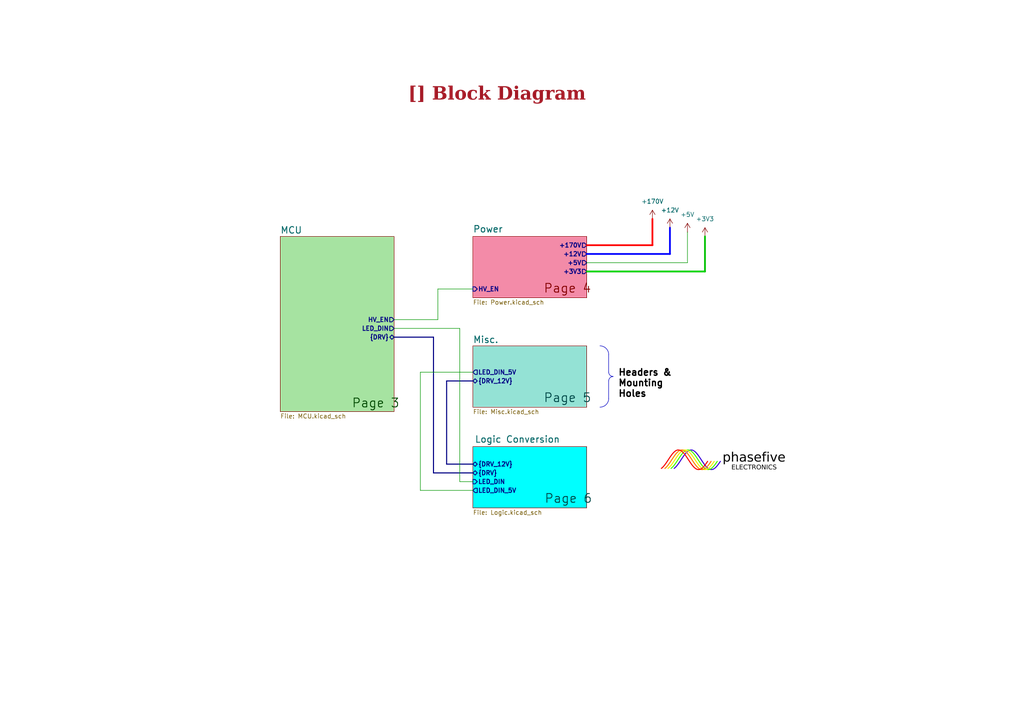
<source format=kicad_sch>
(kicad_sch (version 20231120) (generator "eeschema") (generator_version "8.0")
  (paper "A4")
  (lib_symbols
    (symbol "power:+12V" (power) (pin_numbers hide) (pin_names (offset 0) hide)
      (property "Value" "+12V" (at 0 3.556 0))
      (symbol "+12V_0_1"
        (polyline (pts (xy -0.762 1.27) (xy 0 2.54)))
        (polyline (pts (xy 0 0) (xy 0 2.54)))
        (polyline (pts (xy 0 2.54) (xy 0.762 1.27)))
      )
      (symbol "+12V_1_1"
        (pin power_in line (at 0 0 90) (length 0) (name "~") (number "1"))
      )
    )
    (symbol "power:+3V3" (power) (pin_numbers hide) (pin_names (offset 0) hide)
      (property "Value" "+3V3" (at 0 3.556 0))
      (symbol "+3V3_0_1"
        (polyline (pts (xy -0.762 1.27) (xy 0 2.54)))
        (polyline (pts (xy 0 0) (xy 0 2.54)))
        (polyline (pts (xy 0 2.54) (xy 0.762 1.27)))
      )
      (symbol "+3V3_1_1"
        (pin power_in line (at 0 0 90) (length 0) (name "~") (number "1"))
      )
    )
    (symbol "power:+5V" (power) (pin_numbers hide) (pin_names (offset 0) hide)
      (property "Value" "+5V" (at 0 3.556 0))
      (symbol "+5V_0_1"
        (polyline (pts (xy -0.762 1.27) (xy 0 2.54)))
        (polyline (pts (xy 0 0) (xy 0 2.54)))
        (polyline (pts (xy 0 2.54) (xy 0.762 1.27)))
      )
      (symbol "+5V_1_1"
        (pin power_in line (at 0 0 90) (length 0) (name "~") (number "1"))
      )
    )
    (symbol "power:VDD" (power) (pin_numbers hide) (pin_names (offset 0) hide)
      (property "Value" "VDD" (at 0 3.556 0))
      (symbol "VDD_0_1"
        (polyline (pts (xy -0.762 1.27) (xy 0 2.54)))
        (polyline (pts (xy 0 0) (xy 0 2.54)))
        (polyline (pts (xy 0 2.54) (xy 0.762 1.27)))
      )
      (symbol "VDD_1_1"
        (pin power_in line (at 0 0 90) (length 0) (name "~") (number "1"))
      )
    )
  )
  (bus_alias "DRV_12V" (members "DRV_nPOL_12V" "DRV_CLK_12V" "DRV_DIN_12V" "DRV_nLE_12V" "DRV_nBL_12V"))
  (wire (pts (xy 189.23 63.5) (xy 189.23 71.12)) (stroke (width 0.508) (color 255 0 0 1)))
  (wire (pts (xy 114.3 92.71) (xy 127 92.71)))
  (wire (pts (xy 170.18 73.66) (xy 194.31 73.66)) (stroke (width 0.508) (color 0 0 255 1)))
  (wire (pts (xy 170.18 78.74) (xy 204.47 78.74)) (stroke (width 0.508) (color 0 194 0 1)))
  (polyline (pts (xy 176.53 102.87) (xy 176.53 107.95)))
  (bus (pts (xy 125.73 97.79) (xy 125.73 137.16)))
  (wire (pts (xy 121.92 142.24) (xy 121.92 107.95)))
  (wire (pts (xy 133.35 95.25) (xy 133.35 139.7)))
  (bus (pts (xy 137.16 110.49) (xy 129.54 110.49)))
  (wire (pts (xy 204.47 68.58) (xy 204.47 78.74)) (stroke (width 0.508) (color 0 194 0 1)))
  (wire (pts (xy 121.92 107.95) (xy 137.16 107.95)))
  (wire (pts (xy 194.31 66.04) (xy 194.31 73.66)) (stroke (width 0.508) (color 0 0 255 1)))
  (wire (pts (xy 170.18 76.2) (xy 199.39 76.2)))
  (wire (pts (xy 199.39 67.31) (xy 199.39 76.2)))
  (wire (pts (xy 170.18 71.12) (xy 189.23 71.12)) (stroke (width 0.508) (color 255 0 0 1)))
  (wire (pts (xy 137.16 142.24) (xy 121.92 142.24)))
  (wire (pts (xy 127 83.82) (xy 137.16 83.82)))
  (wire (pts (xy 127 92.71) (xy 127 83.82)))
  (wire (pts (xy 114.3 95.25) (xy 133.35 95.25)))
  (wire (pts (xy 133.35 139.7) (xy 137.16 139.7)))
  (bus (pts (xy 129.54 110.49) (xy 129.54 134.62)))
  (bus (pts (xy 129.54 134.62) (xy 137.16 134.62)))
  (bus (pts (xy 114.3 97.79) (xy 125.73 97.79)))
  (polyline (pts (xy 176.53 110.49) (xy 176.53 115.57)))
  (bus (pts (xy 125.73 137.16) (xy 137.16 137.16)))
  (arc (start 176.55 115.55) (mid 175.8061 117.3461) (end 174.01 118.09))
  (arc (start 174.01 100.31) (mid 175.8002 101.0598) (end 176.55 102.85))
  (arc (start 177.82 109.2) (mid 176.9249 108.8251) (end 176.55 107.93))
  (arc (start 176.55 110.47) (mid 176.9249 109.5749) (end 177.82 109.2))
  (image (at 208.28 133.35) (scale 0.0525922))
  (text_box "Headers & Mounting Holes" (at 177.8 105.41 0) (size 22.205 7.62) (stroke (width -0.0001)) (effects (font (size 1.905 1.905) (thickness 0.381) (bold yes)) (justify left top)))
  (text_box "[${#}] Block Diagram" (at 81.28 22.86 0) (size 125.73 9.525) (stroke (width -0.0001)) (effects (font (size 3.81 3.81) (thickness 0.508) (bold yes)) (justify bottom)))
  (text "Page 6" (at 164.846 144.78 0) (effects (font (size 2.54 2.54) (thickness 0.254) (bold yes))))
  (text "Page 3" (at 108.966 117.094 0) (effects (font (size 2.54 2.54) (thickness 0.254) (bold yes))))
  (text "Page 5" (at 164.592 115.57 0) (effects (font (size 2.54 2.54) (thickness 0.254) (bold yes))))
  (text "Page 4" (at 164.592 83.82 0) (effects (font (size 2.54 2.54) (thickness 0.254) (bold yes))))
  (symbol (lib_id "power:+12V") (at 194.31 66.04 0) (unit 1)
    (property "Reference" "#PWR2" (effects (hide yes)))
    (property "Value" "+12V" (at 194.31 60.96 0))
    (property "Description" "Power symbol creates a global label with name \"+12V\"" (effects (hide yes)))
    (instances (project "" (path "" (reference "#PWR2") (unit 1))) (project "Nixie_Clock_V1" (path "" (reference "#PWR?") (unit 1))))
  )
  (symbol (lib_id "power:+3V3") (at 204.47 68.58 0) (unit 1)
    (property "Reference" "#PWR4" (effects (hide yes)))
    (property "Value" "+3V3" (at 204.47 63.5 0))
    (property "Description" "Power symbol creates a global label with name \"+3V3\"" (effects (hide yes)))
    (instances (project "" (path "" (reference "#PWR4") (unit 1))) (project "Nixie_Clock_V1" (path "" (reference "#PWR?") (unit 1))))
  )
  (symbol (lib_id "power:+5V") (at 199.39 67.31 0) (unit 1)
    (property "Reference" "#PWR3" (effects (hide yes)))
    (property "Value" "+5V" (at 199.39 62.23 0))
    (property "Description" "Power symbol creates a global label with name \"+5V\"" (effects (hide yes)))
    (instances (project "" (path "" (reference "#PWR3") (unit 1))) (project "" (path "" (reference "#PWR?") (unit 1))))
  )
  (symbol (lib_id "power:VDD") (at 189.23 63.5 0) (unit 1)
    (property "Reference" "#PWR1" (effects (hide yes)))
    (property "Value" "+170V" (at 189.23 58.42 0))
    (property "Description" "Power symbol creates a global label with name \"170V+\"" (effects (hide yes)))
    (instances (project "" (path "" (reference "#PWR1") (unit 1))) (project "Nixie_Clock_V1" (path "" (reference "#PWR?") (unit 1))))
  )
  (sheet (at 137.16 100.33) (size 33.02 17.78) (stroke (width 0.1524)) (fill (color 148 226 213 1.0000))
    (property "Sheetname" "Misc." (at 137.16 99.6184 0) (effects (font (size 1.905 1.905) (thickness 0.254) (bold yes)) (justify left bottom)))
    (property "Sheetfile" "Misc.kicad_sch" (at 137.16 118.6946 0) (effects (justify left top)))
    (pin "LED_DIN_5V" output (at 137.16 107.95 180) (effects (font (thickness 0.254) (bold yes))))
    (pin "{DRV_12V}" bidirectional (at 137.16 110.49 180) (effects (font (thickness 0.254) (bold yes))))
  )
  (sheet (at 81.28 68.58) (size 33.02 50.8) (stroke (width 0.1524)) (fill (color 166 227 161 1.0000))
    (property "Sheetname" "MCU" (at 81.28 67.8684 0) (effects (font (size 1.905 1.905) (thickness 0.254) (bold yes)) (justify left bottom)))
    (property "Sheetfile" "MCU.kicad_sch" (at 81.28 119.9646 0) (effects (justify left top)))
    (pin "{DRV}" bidirectional (at 114.3 97.79 0) (effects (font (thickness 0.254) (bold yes))))
    (pin "LED_DIN" output (at 114.3 95.25 0) (effects (font (thickness 0.254) (bold yes))))
    (pin "HV_EN" output (at 114.3 92.71 0) (effects (font (thickness 0.254) (bold yes))))
  )
  (sheet (at 137.16 129.54) (size 33.02 17.78) (stroke (width 0.1524)) (fill (color 0 255 255 1.0000))
    (property "Sheetname" "Logic Conversion" (at 137.668 128.524 0) (effects (font (size 1.905 1.905) (thickness 0.254) (bold yes)) (justify left bottom)))
    (property "Sheetfile" "Logic.kicad_sch" (at 137.16 147.9046 0) (effects (justify left top)))
    (pin "LED_DIN" input (at 137.16 139.7 180) (effects (font (thickness 0.254) (bold yes))))
    (pin "{DRV}" bidirectional (at 137.16 137.16 180) (effects (font (thickness 0.254) (bold yes))))
    (pin "{DRV_12V}" bidirectional (at 137.16 134.62 180) (effects (font (thickness 0.254) (bold yes))))
    (pin "LED_DIN_5V" output (at 137.16 142.24 180) (effects (font (thickness 0.254) (bold yes))))
  )
  (sheet (at 137.16 68.58) (size 33.02 17.78) (stroke (width 0.1524)) (fill (color 243 139 168 1.0000))
    (property "Sheetname" "Power" (at 137.16 67.5509 0) (effects (font (size 1.905 1.905) (thickness 0.254) (bold yes)) (justify left bottom)))
    (property "Sheetfile" "Power.kicad_sch" (at 137.16 86.9446 0) (effects (justify left top)))
    (pin "+3V3" output (at 170.18 78.74 0) (effects (font (thickness 0.254) (bold yes))))
    (pin "+5V" output (at 170.18 76.2 0) (effects (font (thickness 0.254) (bold yes))))
    (pin "+12V" output (at 170.18 73.66 0) (effects (font (thickness 0.254) (bold yes))))
    (pin "HV_EN" input (at 137.16 83.82 180) (effects (font (thickness 0.254) (bold yes))))
    (pin "+170V" output (at 170.18 71.12 0) (effects (font (thickness 0.254) (bold yes))))
  )
)
</source>
